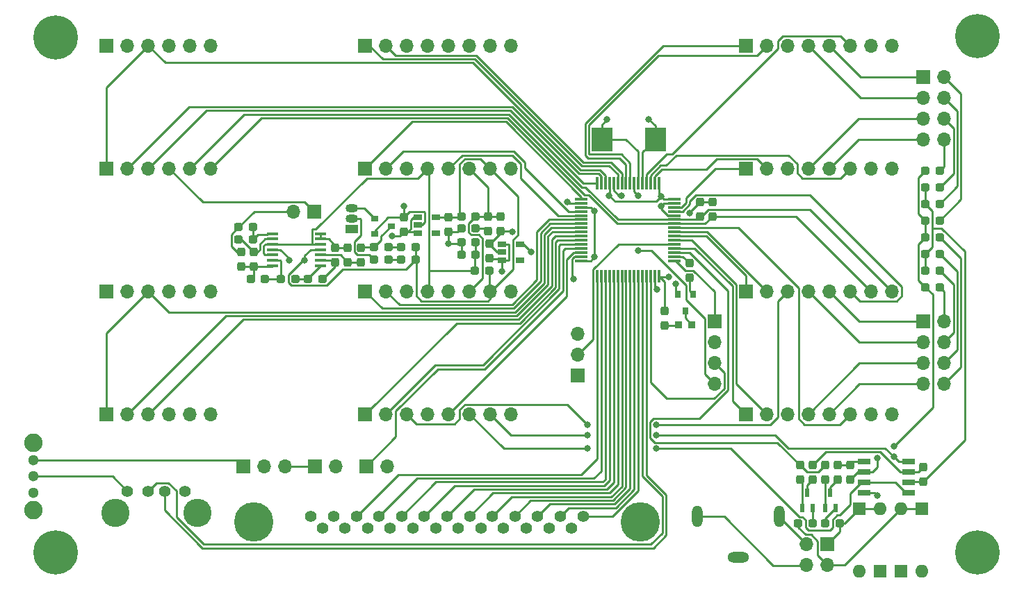
<source format=gtl>
G04 #@! TF.GenerationSoftware,KiCad,Pcbnew,(6.0.4)*
G04 #@! TF.CreationDate,2022-04-17T17:25:59-05:00*
G04 #@! TF.ProjectId,interface,696e7465-7266-4616-9365-2e6b69636164,rev?*
G04 #@! TF.SameCoordinates,Original*
G04 #@! TF.FileFunction,Copper,L1,Top*
G04 #@! TF.FilePolarity,Positive*
%FSLAX46Y46*%
G04 Gerber Fmt 4.6, Leading zero omitted, Abs format (unit mm)*
G04 Created by KiCad (PCBNEW (6.0.4)) date 2022-04-17 17:25:59*
%MOMM*%
%LPD*%
G01*
G04 APERTURE LIST*
G04 Aperture macros list*
%AMRoundRect*
0 Rectangle with rounded corners*
0 $1 Rounding radius*
0 $2 $3 $4 $5 $6 $7 $8 $9 X,Y pos of 4 corners*
0 Add a 4 corners polygon primitive as box body*
4,1,4,$2,$3,$4,$5,$6,$7,$8,$9,$2,$3,0*
0 Add four circle primitives for the rounded corners*
1,1,$1+$1,$2,$3*
1,1,$1+$1,$4,$5*
1,1,$1+$1,$6,$7*
1,1,$1+$1,$8,$9*
0 Add four rect primitives between the rounded corners*
20,1,$1+$1,$2,$3,$4,$5,0*
20,1,$1+$1,$4,$5,$6,$7,0*
20,1,$1+$1,$6,$7,$8,$9,0*
20,1,$1+$1,$8,$9,$2,$3,0*%
G04 Aperture macros list end*
G04 #@! TA.AperFunction,ComponentPad*
%ADD10C,1.300000*%
G04 #@! TD*
G04 #@! TA.AperFunction,ComponentPad*
%ADD11C,2.250000*%
G04 #@! TD*
G04 #@! TA.AperFunction,ComponentPad*
%ADD12C,5.400000*%
G04 #@! TD*
G04 #@! TA.AperFunction,ComponentPad*
%ADD13O,1.700000X1.700000*%
G04 #@! TD*
G04 #@! TA.AperFunction,ComponentPad*
%ADD14R,1.700000X1.700000*%
G04 #@! TD*
G04 #@! TA.AperFunction,ComponentPad*
%ADD15R,1.500000X1.050000*%
G04 #@! TD*
G04 #@! TA.AperFunction,ComponentPad*
%ADD16O,1.500000X1.050000*%
G04 #@! TD*
G04 #@! TA.AperFunction,SMDPad,CuDef*
%ADD17RoundRect,0.237500X-0.287500X-0.237500X0.287500X-0.237500X0.287500X0.237500X-0.287500X0.237500X0*%
G04 #@! TD*
G04 #@! TA.AperFunction,SMDPad,CuDef*
%ADD18RoundRect,0.237500X-0.237500X0.287500X-0.237500X-0.287500X0.237500X-0.287500X0.237500X0.287500X0*%
G04 #@! TD*
G04 #@! TA.AperFunction,SMDPad,CuDef*
%ADD19RoundRect,0.237500X0.237500X-0.287500X0.237500X0.287500X-0.237500X0.287500X-0.237500X-0.287500X0*%
G04 #@! TD*
G04 #@! TA.AperFunction,SMDPad,CuDef*
%ADD20RoundRect,0.237500X0.287500X0.237500X-0.287500X0.237500X-0.287500X-0.237500X0.287500X-0.237500X0*%
G04 #@! TD*
G04 #@! TA.AperFunction,SMDPad,CuDef*
%ADD21R,0.900000X0.800000*%
G04 #@! TD*
G04 #@! TA.AperFunction,SMDPad,CuDef*
%ADD22R,0.550000X1.000000*%
G04 #@! TD*
G04 #@! TA.AperFunction,SMDPad,CuDef*
%ADD23R,1.475000X0.450000*%
G04 #@! TD*
G04 #@! TA.AperFunction,SMDPad,CuDef*
%ADD24R,1.500000X0.650000*%
G04 #@! TD*
G04 #@! TA.AperFunction,ComponentPad*
%ADD25O,1.600000X1.600000*%
G04 #@! TD*
G04 #@! TA.AperFunction,ComponentPad*
%ADD26R,1.600000X1.600000*%
G04 #@! TD*
G04 #@! TA.AperFunction,ComponentPad*
%ADD27O,1.308000X2.616000*%
G04 #@! TD*
G04 #@! TA.AperFunction,ComponentPad*
%ADD28O,2.616000X1.308000*%
G04 #@! TD*
G04 #@! TA.AperFunction,ComponentPad*
%ADD29C,3.450000*%
G04 #@! TD*
G04 #@! TA.AperFunction,ComponentPad*
%ADD30C,1.400000*%
G04 #@! TD*
G04 #@! TA.AperFunction,SMDPad,CuDef*
%ADD31R,2.500000X3.000000*%
G04 #@! TD*
G04 #@! TA.AperFunction,SMDPad,CuDef*
%ADD32R,0.800000X0.900000*%
G04 #@! TD*
G04 #@! TA.AperFunction,SMDPad,CuDef*
%ADD33R,0.850000X0.950000*%
G04 #@! TD*
G04 #@! TA.AperFunction,SMDPad,CuDef*
%ADD34R,1.060000X0.650000*%
G04 #@! TD*
G04 #@! TA.AperFunction,ComponentPad*
%ADD35C,4.800000*%
G04 #@! TD*
G04 #@! TA.AperFunction,SMDPad,CuDef*
%ADD36RoundRect,0.075000X-0.700000X0.075000X-0.700000X-0.075000X0.700000X-0.075000X0.700000X0.075000X0*%
G04 #@! TD*
G04 #@! TA.AperFunction,SMDPad,CuDef*
%ADD37RoundRect,0.075000X-0.075000X0.700000X-0.075000X-0.700000X0.075000X-0.700000X0.075000X0.700000X0*%
G04 #@! TD*
G04 #@! TA.AperFunction,ViaPad*
%ADD38C,0.800000*%
G04 #@! TD*
G04 #@! TA.AperFunction,Conductor*
%ADD39C,0.250000*%
G04 #@! TD*
G04 APERTURE END LIST*
D10*
X108331000Y-122047000D03*
X108331000Y-124047000D03*
X108331000Y-126047000D03*
D11*
X108331000Y-119947000D03*
X108331000Y-128147000D03*
D12*
X223266000Y-70358000D03*
X110998000Y-70485000D03*
X110998000Y-133350000D03*
X223266000Y-133350000D03*
D13*
X219202000Y-112776000D03*
X216662000Y-112776000D03*
X219202000Y-110236000D03*
X216662000Y-110236000D03*
X219202000Y-107696000D03*
X216662000Y-107696000D03*
X219202000Y-105156000D03*
D14*
X216662000Y-105156000D03*
D13*
X219202000Y-82931000D03*
X216662000Y-82931000D03*
X219202000Y-80391000D03*
X216662000Y-80391000D03*
X219202000Y-77851000D03*
X216662000Y-77851000D03*
X219202000Y-75311000D03*
D14*
X216662000Y-75311000D03*
X191262000Y-105156000D03*
D13*
X191262000Y-107696000D03*
X191262000Y-110236000D03*
X191262000Y-112776000D03*
D15*
X147066000Y-93853000D03*
D16*
X147066000Y-91313000D03*
X147066000Y-92583000D03*
D17*
X135050500Y-93662500D03*
X133300500Y-93662500D03*
D18*
X133604000Y-98411000D03*
X133604000Y-96661000D03*
D19*
X135128000Y-96661000D03*
X135128000Y-98411000D03*
D17*
X135050500Y-95123000D03*
X133300500Y-95123000D03*
X136511000Y-99949000D03*
X134761000Y-99949000D03*
X140194000Y-99949000D03*
X138444000Y-99949000D03*
X143496000Y-99949000D03*
X141746000Y-99949000D03*
D19*
X146558000Y-96153000D03*
X146558000Y-97903000D03*
D18*
X145034000Y-97903000D03*
X145034000Y-96153000D03*
D20*
X149773500Y-96075500D03*
X151523500Y-96075500D03*
X153112500Y-96075500D03*
X154862500Y-96075500D03*
X149773500Y-97599500D03*
X151523500Y-97599500D03*
X153098500Y-97599500D03*
X154848500Y-97599500D03*
D18*
X216662000Y-124700000D03*
X216662000Y-122950000D03*
D17*
X216930000Y-90805000D03*
X218680000Y-90805000D03*
X216930000Y-88773000D03*
X218680000Y-88773000D03*
X216930000Y-98933000D03*
X218680000Y-98933000D03*
X216930000Y-96901000D03*
X218680000Y-96901000D03*
D18*
X207772000Y-124446000D03*
X207772000Y-122696000D03*
D17*
X218680000Y-92837000D03*
X216930000Y-92837000D03*
X218680000Y-86741000D03*
X216930000Y-86741000D03*
X218680000Y-100965000D03*
X216930000Y-100965000D03*
X218680000Y-94869000D03*
X216930000Y-94869000D03*
X203186000Y-129794000D03*
X201436000Y-129794000D03*
D18*
X201676000Y-124446000D03*
X201676000Y-122696000D03*
D20*
X204738000Y-129794000D03*
X206488000Y-129794000D03*
D18*
X204724000Y-124446000D03*
X204724000Y-122696000D03*
D20*
X160415000Y-93789500D03*
X162165000Y-93789500D03*
D18*
X163703000Y-94093000D03*
X163703000Y-92343000D03*
D17*
X160415000Y-92329000D03*
X162165000Y-92329000D03*
D20*
X160415000Y-95504000D03*
X162165000Y-95504000D03*
X162066000Y-98933000D03*
X163816000Y-98933000D03*
D21*
X151876000Y-93535500D03*
X149876000Y-94485500D03*
X149876000Y-92585500D03*
D22*
X202565000Y-126050000D03*
X203215000Y-127950000D03*
X201915000Y-127950000D03*
X205359000Y-126050000D03*
X206009000Y-127950000D03*
X204709000Y-127950000D03*
D13*
X202438000Y-134874000D03*
X202438000Y-132334000D03*
X204978000Y-134874000D03*
D14*
X204978000Y-132334000D03*
D13*
X139954000Y-91757500D03*
D14*
X142494000Y-91757500D03*
D23*
X137397000Y-98343000D03*
X137397000Y-97693000D03*
X137397000Y-97043000D03*
X137397000Y-96393000D03*
X137397000Y-95743000D03*
X137397000Y-95093000D03*
X137397000Y-94443000D03*
X143273000Y-94443000D03*
X143273000Y-95093000D03*
X143273000Y-95743000D03*
X143273000Y-96393000D03*
X143273000Y-97043000D03*
X143273000Y-97693000D03*
X143273000Y-98343000D03*
D24*
X214917000Y-122237500D03*
X214917000Y-123507500D03*
X214917000Y-124777500D03*
X214917000Y-126047500D03*
X209517000Y-126047500D03*
X209517000Y-124777500D03*
X209517000Y-123507500D03*
X209517000Y-122237500D03*
D25*
X216535000Y-135636000D03*
D26*
X216535000Y-128016000D03*
D25*
X213995000Y-128016000D03*
D26*
X213995000Y-135636000D03*
D25*
X208915000Y-135636000D03*
D26*
X208915000Y-128016000D03*
D25*
X211455000Y-128016000D03*
D26*
X211455000Y-135636000D03*
D19*
X148209000Y-96153000D03*
X148209000Y-97903000D03*
X203200000Y-122696000D03*
X203200000Y-124446000D03*
X206248000Y-122696000D03*
X206248000Y-124446000D03*
D18*
X165227000Y-94093000D03*
X165227000Y-92343000D03*
D20*
X160415000Y-97028000D03*
X162165000Y-97028000D03*
D27*
X189157600Y-128934200D03*
X199157600Y-128934200D03*
D28*
X194157600Y-133934200D03*
D29*
X128261000Y-128527000D03*
X118261000Y-128527000D03*
D30*
X126761000Y-125857000D03*
X124261000Y-125857000D03*
X122261000Y-125857000D03*
X119761000Y-125857000D03*
D31*
X177538000Y-82931000D03*
X184038000Y-82931000D03*
D18*
X188214000Y-99808000D03*
X188214000Y-98058000D03*
X185166000Y-105650000D03*
X185166000Y-103900000D03*
D32*
X187706000Y-103870000D03*
X186756000Y-101870000D03*
X188656000Y-101870000D03*
D33*
X186906000Y-105537000D03*
X188506000Y-105537000D03*
D13*
X145161000Y-122809000D03*
D14*
X142621000Y-122809000D03*
D13*
X138938000Y-122809000D03*
X136398000Y-122809000D03*
D14*
X133858000Y-122809000D03*
D13*
X151384000Y-122809000D03*
D14*
X148844000Y-122809000D03*
D34*
X167597000Y-95751000D03*
X167597000Y-97651000D03*
X165397000Y-97651000D03*
X165397000Y-96701000D03*
X165397000Y-95751000D03*
X157310000Y-92449000D03*
X157310000Y-94349000D03*
X155110000Y-94349000D03*
X155110000Y-93399000D03*
X155110000Y-92449000D03*
D19*
X163830000Y-95645000D03*
X163830000Y-97395000D03*
D18*
X158877000Y-94220000D03*
X158877000Y-92470000D03*
D19*
X153416000Y-92470000D03*
X153416000Y-94220000D03*
D35*
X182193000Y-129615000D03*
X135153000Y-129615000D03*
D30*
X175233000Y-128905000D03*
X173853000Y-130325000D03*
X172473000Y-128905000D03*
X171093000Y-130325000D03*
X169713000Y-128905000D03*
X168333000Y-130325000D03*
X166953000Y-128905000D03*
X165573000Y-130325000D03*
X164193000Y-128905000D03*
X162813000Y-130325000D03*
X161433000Y-128905000D03*
X160053000Y-130325000D03*
X158673000Y-128905000D03*
X157293000Y-130325000D03*
X155913000Y-128905000D03*
X154533000Y-130325000D03*
X153153000Y-128905000D03*
X151773000Y-130325000D03*
X150393000Y-128905000D03*
X149013000Y-130325000D03*
X147633000Y-128905000D03*
X146253000Y-130325000D03*
X144873000Y-128905000D03*
X143493000Y-130325000D03*
X142113000Y-128905000D03*
D36*
X186396000Y-90230000D03*
X186396000Y-90730000D03*
X186396000Y-91230000D03*
X186396000Y-91730000D03*
X186396000Y-92230000D03*
X186396000Y-92730000D03*
X186396000Y-93230000D03*
X186396000Y-93730000D03*
X186396000Y-94230000D03*
X186396000Y-94730000D03*
X186396000Y-95230000D03*
X186396000Y-95730000D03*
X186396000Y-96230000D03*
X186396000Y-96730000D03*
X186396000Y-97230000D03*
X186396000Y-97730000D03*
D37*
X184471000Y-99655000D03*
X183971000Y-99655000D03*
X183471000Y-99655000D03*
X182971000Y-99655000D03*
X182471000Y-99655000D03*
X181971000Y-99655000D03*
X181471000Y-99655000D03*
X180971000Y-99655000D03*
X180471000Y-99655000D03*
X179971000Y-99655000D03*
X179471000Y-99655000D03*
X178971000Y-99655000D03*
X178471000Y-99655000D03*
X177971000Y-99655000D03*
X177471000Y-99655000D03*
X176971000Y-99655000D03*
D36*
X175046000Y-97730000D03*
X175046000Y-97230000D03*
X175046000Y-96730000D03*
X175046000Y-96230000D03*
X175046000Y-95730000D03*
X175046000Y-95230000D03*
X175046000Y-94730000D03*
X175046000Y-94230000D03*
X175046000Y-93730000D03*
X175046000Y-93230000D03*
X175046000Y-92730000D03*
X175046000Y-92230000D03*
X175046000Y-91730000D03*
X175046000Y-91230000D03*
X175046000Y-90730000D03*
X175046000Y-90230000D03*
D37*
X176971000Y-88305000D03*
X177471000Y-88305000D03*
X177971000Y-88305000D03*
X178471000Y-88305000D03*
X178971000Y-88305000D03*
X179471000Y-88305000D03*
X179971000Y-88305000D03*
X180471000Y-88305000D03*
X180971000Y-88305000D03*
X181471000Y-88305000D03*
X181971000Y-88305000D03*
X182471000Y-88305000D03*
X182971000Y-88305000D03*
X183471000Y-88305000D03*
X183971000Y-88305000D03*
X184471000Y-88305000D03*
D18*
X189484000Y-92315000D03*
X189484000Y-90565000D03*
X191008000Y-92315000D03*
X191008000Y-90565000D03*
D14*
X174625000Y-111760000D03*
D13*
X174625000Y-109220000D03*
X174625000Y-106680000D03*
D14*
X195072000Y-71501000D03*
D13*
X197612000Y-71501000D03*
X200152000Y-71501000D03*
X202692000Y-71501000D03*
X205232000Y-71501000D03*
X207772000Y-71501000D03*
X210312000Y-71501000D03*
X212852000Y-71501000D03*
D14*
X195072000Y-86487000D03*
D13*
X197612000Y-86487000D03*
X200152000Y-86487000D03*
X202692000Y-86487000D03*
X205232000Y-86487000D03*
X207772000Y-86487000D03*
X210312000Y-86487000D03*
X212852000Y-86487000D03*
D14*
X195072000Y-101473000D03*
D13*
X197612000Y-101473000D03*
X200152000Y-101473000D03*
X202692000Y-101473000D03*
X205232000Y-101473000D03*
X207772000Y-101473000D03*
X210312000Y-101473000D03*
X212852000Y-101473000D03*
D14*
X195072000Y-116459000D03*
D13*
X197612000Y-116459000D03*
X200152000Y-116459000D03*
X202692000Y-116459000D03*
X205232000Y-116459000D03*
X207772000Y-116459000D03*
X210312000Y-116459000D03*
X212852000Y-116459000D03*
D14*
X148717000Y-71501000D03*
D13*
X151257000Y-71501000D03*
X153797000Y-71501000D03*
X156337000Y-71501000D03*
X158877000Y-71501000D03*
X161417000Y-71501000D03*
X163957000Y-71501000D03*
X166497000Y-71501000D03*
X166497000Y-86487000D03*
X163957000Y-86487000D03*
X161417000Y-86487000D03*
X158877000Y-86487000D03*
X156337000Y-86487000D03*
X153797000Y-86487000D03*
X151257000Y-86487000D03*
D14*
X148717000Y-86487000D03*
X148717000Y-101473000D03*
D13*
X151257000Y-101473000D03*
X153797000Y-101473000D03*
X156337000Y-101473000D03*
X158877000Y-101473000D03*
X161417000Y-101473000D03*
X163957000Y-101473000D03*
X166497000Y-101473000D03*
X166497000Y-116459000D03*
X163957000Y-116459000D03*
X161417000Y-116459000D03*
X158877000Y-116459000D03*
X156337000Y-116459000D03*
X153797000Y-116459000D03*
X151257000Y-116459000D03*
D14*
X148717000Y-116459000D03*
X117221000Y-71501000D03*
D13*
X119761000Y-71501000D03*
X122301000Y-71501000D03*
X124841000Y-71501000D03*
X127381000Y-71501000D03*
X129921000Y-71501000D03*
D14*
X117221000Y-101473000D03*
D13*
X119761000Y-101473000D03*
X122301000Y-101473000D03*
X124841000Y-101473000D03*
X127381000Y-101473000D03*
X129921000Y-101473000D03*
X129921000Y-86487000D03*
X127381000Y-86487000D03*
X124841000Y-86487000D03*
X122301000Y-86487000D03*
X119761000Y-86487000D03*
D14*
X117221000Y-86487000D03*
D13*
X129921000Y-116459000D03*
X127381000Y-116459000D03*
X124841000Y-116459000D03*
X122301000Y-116459000D03*
X119761000Y-116459000D03*
D14*
X117221000Y-116459000D03*
D38*
X186563000Y-100584000D03*
X211074000Y-126365000D03*
X184785000Y-91059000D03*
X173355000Y-90551000D03*
X174117000Y-99949000D03*
X153416000Y-91059000D03*
X158877000Y-95631000D03*
X139446000Y-97663000D03*
X166624000Y-94234000D03*
X179959000Y-89789000D03*
X184277000Y-101219000D03*
X213106000Y-121666000D03*
X175768000Y-118999000D03*
X184150000Y-118999000D03*
X141351000Y-97663000D03*
X184150000Y-120650000D03*
X175768000Y-120650000D03*
X175768000Y-117729000D03*
X184150000Y-117729000D03*
X181991000Y-96520000D03*
X181991000Y-89789000D03*
X184785000Y-89916000D03*
X176657000Y-97282000D03*
X176657000Y-91694000D03*
X185674000Y-99695000D03*
X178435000Y-89789000D03*
X168910000Y-96647000D03*
X188214000Y-91948000D03*
X165354000Y-99060000D03*
X152019000Y-94742000D03*
X178181000Y-80518000D03*
X183261000Y-80518000D03*
X213106000Y-120396000D03*
X211074000Y-121793000D03*
D39*
X202438000Y-134874000D02*
X202399280Y-134912720D01*
X202399280Y-134912720D02*
X198412720Y-134912720D01*
X198412720Y-134912720D02*
X192434200Y-128934200D01*
X192434200Y-128934200D02*
X189157600Y-128934200D01*
X186396000Y-95230000D02*
X188485227Y-95230000D01*
X188485227Y-95230000D02*
X193897489Y-100642262D01*
X193897489Y-112744489D02*
X197612000Y-116459000D01*
X193897489Y-100642262D02*
X193897489Y-112744489D01*
X179971000Y-88305000D02*
X179971000Y-87093283D01*
X179971000Y-87093283D02*
X178624718Y-85747001D01*
X178624718Y-85747001D02*
X175282001Y-85747001D01*
X175282001Y-85747001D02*
X162211001Y-72676001D01*
X162211001Y-72676001D02*
X152432001Y-72676001D01*
X152432001Y-72676001D02*
X151257000Y-71501000D01*
X136086010Y-80321990D02*
X129921000Y-86487000D01*
X166038530Y-80321990D02*
X136086010Y-80321990D01*
X175911692Y-89754990D02*
X175471530Y-89754990D01*
X175471530Y-89754990D02*
X166038530Y-80321990D01*
X179386702Y-93230000D02*
X175911692Y-89754990D01*
X186396000Y-93230000D02*
X179386702Y-93230000D01*
X190093000Y-93230000D02*
X191008000Y-92315000D01*
X186396000Y-93230000D02*
X190093000Y-93230000D01*
X201154000Y-92315000D02*
X210312000Y-101473000D01*
X191008000Y-92315000D02*
X201154000Y-92315000D01*
X133996020Y-79871980D02*
X127381000Y-86487000D01*
X166224930Y-79871980D02*
X133996020Y-79871980D01*
X175107960Y-88755010D02*
X166224930Y-79871980D01*
X175548122Y-88755010D02*
X175107960Y-88755010D01*
X179523112Y-92730000D02*
X175548122Y-88755010D01*
X186396000Y-92730000D02*
X179523112Y-92730000D01*
X189069000Y-92730000D02*
X189484000Y-92315000D01*
X186396000Y-92730000D02*
X189069000Y-92730000D01*
X202843990Y-91464990D02*
X212852000Y-101473000D01*
X190537500Y-91464990D02*
X202843990Y-91464990D01*
X189687490Y-92315000D02*
X190537500Y-91464990D01*
X189484000Y-92315000D02*
X189687490Y-92315000D01*
X128936499Y-90582499D02*
X124841000Y-86487000D01*
X141318999Y-90582499D02*
X128936499Y-90582499D01*
X142494000Y-91757500D02*
X141318999Y-90582499D01*
X164759000Y-96701000D02*
X165397000Y-96701000D01*
X163830000Y-95772000D02*
X164759000Y-96701000D01*
X138384500Y-96393000D02*
X139446000Y-97454500D01*
X139446000Y-97454500D02*
X139446000Y-97663000D01*
X137397000Y-96393000D02*
X138384500Y-96393000D01*
X165227000Y-94093000D02*
X166483000Y-94093000D01*
X166483000Y-94093000D02*
X166624000Y-94234000D01*
X165227000Y-94375000D02*
X163830000Y-95772000D01*
X165227000Y-94093000D02*
X165227000Y-94375000D01*
X160415000Y-97028000D02*
X160415000Y-95504000D01*
X154087001Y-91798999D02*
X153416000Y-92470000D01*
X155900001Y-91798999D02*
X154087001Y-91798999D01*
X155965001Y-91863999D02*
X155900001Y-91798999D01*
X155965001Y-93034001D02*
X155965001Y-91863999D01*
X155600002Y-93399000D02*
X155965001Y-93034001D01*
X151506498Y-92470000D02*
X153416000Y-92470000D01*
X149876000Y-94100498D02*
X151506498Y-92470000D01*
X149876000Y-94485500D02*
X149876000Y-94100498D01*
X155110000Y-93399000D02*
X155600002Y-93399000D01*
X153416000Y-91059000D02*
X153416000Y-92470000D01*
X160288000Y-95631000D02*
X160415000Y-95504000D01*
X158877000Y-95631000D02*
X160288000Y-95631000D01*
X158877000Y-95631000D02*
X158877000Y-94220000D01*
X159984500Y-94220000D02*
X160415000Y-93789500D01*
X158877000Y-94220000D02*
X159984500Y-94220000D01*
X173945990Y-99777990D02*
X174117000Y-99949000D01*
X173945990Y-97489308D02*
X173945990Y-99777990D01*
X174180308Y-97254990D02*
X173945990Y-97489308D01*
X175033010Y-97254990D02*
X174180308Y-97254990D01*
X175046000Y-97242000D02*
X175033010Y-97254990D01*
X175046000Y-97230000D02*
X175046000Y-97242000D01*
X173534000Y-90730000D02*
X175046000Y-90730000D01*
X173355000Y-90551000D02*
X173534000Y-90730000D01*
X185114000Y-90730000D02*
X186396000Y-90730000D01*
X184785000Y-91059000D02*
X185114000Y-90730000D01*
X185580288Y-92254990D02*
X184785000Y-91459702D01*
X184785000Y-91459702D02*
X184785000Y-91059000D01*
X186383010Y-92254990D02*
X185580288Y-92254990D01*
X186396000Y-92242000D02*
X186383010Y-92254990D01*
X186396000Y-92230000D02*
X186396000Y-92242000D01*
X179614298Y-89789000D02*
X179959000Y-89789000D01*
X178971000Y-89145702D02*
X179614298Y-89789000D01*
X178971000Y-88305000D02*
X178971000Y-89145702D01*
X210756500Y-126047500D02*
X211074000Y-126365000D01*
X209517000Y-126047500D02*
X210756500Y-126047500D01*
X183971000Y-100913000D02*
X184277000Y-101219000D01*
X183971000Y-99655000D02*
X183971000Y-100913000D01*
X186563000Y-101677000D02*
X186756000Y-101870000D01*
X186563000Y-100584000D02*
X186563000Y-101677000D01*
X163957000Y-116459000D02*
X166497000Y-118999000D01*
X166497000Y-118999000D02*
X175768000Y-118999000D01*
X154862500Y-97585500D02*
X154848500Y-97599500D01*
X154862500Y-96075500D02*
X154862500Y-97585500D01*
X158856000Y-92449000D02*
X158877000Y-92470000D01*
X157310000Y-92449000D02*
X158856000Y-92449000D01*
X163816000Y-101332000D02*
X163957000Y-101473000D01*
X163816000Y-98933000D02*
X163816000Y-101332000D01*
X141351000Y-97097315D02*
X142055315Y-96393000D01*
X142055315Y-96393000D02*
X143273000Y-96393000D01*
X141351000Y-97663000D02*
X141351000Y-97097315D01*
X139343990Y-99478500D02*
X141159490Y-97663000D01*
X139343990Y-100419500D02*
X139343990Y-99478500D01*
X141159490Y-97663000D02*
X141351000Y-97663000D01*
X139673500Y-100749010D02*
X139343990Y-100419500D01*
X146012500Y-98753010D02*
X144016500Y-100749010D01*
X153694990Y-98753010D02*
X146012500Y-98753010D01*
X144016500Y-100749010D02*
X139673500Y-100749010D01*
X154848500Y-97599500D02*
X153694990Y-98753010D01*
X154972001Y-102037001D02*
X154972001Y-97723001D01*
X155583001Y-102648001D02*
X154972001Y-102037001D01*
X163670999Y-102648001D02*
X155583001Y-102648001D01*
X163957000Y-102362000D02*
X163670999Y-102648001D01*
X154972001Y-97723001D02*
X154848500Y-97599500D01*
X163957000Y-101473000D02*
X163957000Y-102362000D01*
X160274000Y-92470000D02*
X160415000Y-92329000D01*
X158877000Y-92470000D02*
X160274000Y-92470000D01*
X167349001Y-89879001D02*
X163957000Y-86487000D01*
X167349001Y-94582001D02*
X167349001Y-89879001D01*
X166702011Y-95228991D02*
X167349001Y-94582001D01*
X166702011Y-98784991D02*
X166702011Y-95228991D01*
X164014002Y-101473000D02*
X166702011Y-98784991D01*
X163957000Y-101473000D02*
X164014002Y-101473000D01*
X160241999Y-92155999D02*
X160415000Y-92329000D01*
X160241999Y-85922999D02*
X160241999Y-92155999D01*
X160852999Y-85311999D02*
X160241999Y-85922999D01*
X162781999Y-85311999D02*
X160852999Y-85311999D01*
X163957000Y-86487000D02*
X162781999Y-85311999D01*
X213677500Y-122237500D02*
X213106000Y-121666000D01*
X214917000Y-122237500D02*
X213677500Y-122237500D01*
X198615410Y-118999000D02*
X184150000Y-118999000D01*
X200234399Y-120617989D02*
X198615410Y-118999000D01*
X212057989Y-120617989D02*
X200234399Y-120617989D01*
X213106000Y-121666000D02*
X212057989Y-120617989D01*
X163703000Y-88773000D02*
X161417000Y-86487000D01*
X163703000Y-92343000D02*
X163703000Y-88773000D01*
X214526998Y-126047500D02*
X214917000Y-126047500D01*
X213256998Y-124777500D02*
X214526998Y-126047500D01*
X209517000Y-124777500D02*
X213256998Y-124777500D01*
X165227000Y-92343000D02*
X163703000Y-92343000D01*
X161314990Y-94260000D02*
X161314990Y-93179010D01*
X161644500Y-94589510D02*
X161314990Y-94260000D01*
X162571020Y-94589510D02*
X161644500Y-94589510D01*
X163015010Y-95033500D02*
X162571020Y-94589510D01*
X163015010Y-97842990D02*
X163015010Y-95033500D01*
X161314990Y-93179010D02*
X162165000Y-92329000D01*
X162965990Y-97892010D02*
X163015010Y-97842990D01*
X162965990Y-99924010D02*
X162965990Y-97892010D01*
X161417000Y-101473000D02*
X162965990Y-99924010D01*
X163689000Y-92329000D02*
X163703000Y-92343000D01*
X162165000Y-92329000D02*
X163689000Y-92329000D01*
X165608000Y-120650000D02*
X175768000Y-120650000D01*
X161417000Y-116459000D02*
X165608000Y-120650000D01*
X209126998Y-124777500D02*
X209517000Y-124777500D01*
X207789999Y-126114499D02*
X209126998Y-124777500D01*
X207789999Y-127529003D02*
X207789999Y-126114499D01*
X206544001Y-128775001D02*
X207789999Y-127529003D01*
X206186489Y-128775001D02*
X206544001Y-128775001D01*
X205637990Y-129323500D02*
X206186489Y-128775001D01*
X205637990Y-130264500D02*
X205637990Y-129323500D01*
X205308480Y-130594010D02*
X205637990Y-130264500D01*
X202665500Y-130594010D02*
X205308480Y-130594010D01*
X202335990Y-130264500D02*
X202665500Y-130594010D01*
X201956500Y-128993990D02*
X202335990Y-129373480D01*
X201598988Y-128993990D02*
X201956500Y-128993990D01*
X202335990Y-129373480D02*
X202335990Y-130264500D01*
X193254998Y-120650000D02*
X201598988Y-128993990D01*
X184150000Y-120650000D02*
X193254998Y-120650000D01*
X137397000Y-95743000D02*
X137429000Y-95743000D01*
X136334499Y-95948501D02*
X136540000Y-95743000D01*
X136499498Y-97043000D02*
X136334499Y-96878001D01*
X136540000Y-95743000D02*
X137397000Y-95743000D01*
X136334499Y-96878001D02*
X136334499Y-95948501D01*
X137397000Y-97043000D02*
X136499498Y-97043000D01*
X140447000Y-95743000D02*
X143273000Y-95743000D01*
X137429000Y-95743000D02*
X140447000Y-95743000D01*
X156454999Y-101355001D02*
X156337000Y-101473000D01*
X156337000Y-86487000D02*
X156454999Y-86604999D01*
X142352000Y-95743000D02*
X143273000Y-95743000D01*
X142210499Y-95601499D02*
X142352000Y-95743000D01*
X142210499Y-93957999D02*
X142210499Y-95601499D01*
X142275499Y-93892999D02*
X142210499Y-93957999D01*
X142708001Y-93892999D02*
X142275499Y-93892999D01*
X148938999Y-87662001D02*
X142708001Y-93892999D01*
X155161999Y-87662001D02*
X148938999Y-87662001D01*
X156337000Y-86487000D02*
X155161999Y-87662001D01*
X156572998Y-98933000D02*
X156454999Y-98815001D01*
X162066000Y-98933000D02*
X156572998Y-98933000D01*
X156454999Y-98815001D02*
X156454999Y-101355001D01*
X156454999Y-86604999D02*
X156454999Y-98815001D01*
X162066000Y-98933000D02*
X162066000Y-97127000D01*
X162066000Y-97127000D02*
X162165000Y-97028000D01*
X162165000Y-97028000D02*
X162165000Y-95504000D01*
X173322999Y-115283999D02*
X175768000Y-117729000D01*
X153797000Y-116459000D02*
X154972001Y-117634001D01*
X160241999Y-116999001D02*
X160241999Y-115894999D01*
X154972001Y-117634001D02*
X159606999Y-117634001D01*
X159606999Y-117634001D02*
X160241999Y-116999001D01*
X160241999Y-115894999D02*
X160852999Y-115283999D01*
X160852999Y-115283999D02*
X173322999Y-115283999D01*
X198976999Y-102648001D02*
X200152000Y-101473000D01*
X198081002Y-117729000D02*
X198976999Y-116833003D01*
X198976999Y-116833003D02*
X198976999Y-102648001D01*
X184150000Y-117729000D02*
X198081002Y-117729000D01*
X181471000Y-89269000D02*
X181991000Y-89789000D01*
X181471000Y-88305000D02*
X181471000Y-89269000D01*
X190086999Y-111600999D02*
X191262000Y-112776000D01*
X190086999Y-104815997D02*
X190086999Y-111600999D01*
X187763990Y-102492988D02*
X190086999Y-104815997D01*
X187763990Y-100711988D02*
X187763990Y-102492988D01*
X183572002Y-96520000D02*
X187763990Y-100711988D01*
X181991000Y-96520000D02*
X183572002Y-96520000D01*
X171843000Y-94730000D02*
X171435040Y-95137960D01*
X175046000Y-94730000D02*
X171843000Y-94730000D01*
X171435039Y-100819603D02*
X167356593Y-104898047D01*
X171435040Y-95137960D02*
X171435039Y-100819603D01*
X133861953Y-104898047D02*
X122301000Y-116459000D01*
X167356593Y-104898047D02*
X133861953Y-104898047D01*
X175046000Y-94230000D02*
X171511232Y-94230000D01*
X170985031Y-94756201D02*
X170985030Y-100633202D01*
X170985030Y-100633202D02*
X167170193Y-104448037D01*
X171511232Y-94230000D02*
X170985031Y-94756201D01*
X131771963Y-104448037D02*
X119761000Y-116459000D01*
X167170193Y-104448037D02*
X131771963Y-104448037D01*
X166983794Y-103998028D02*
X170535021Y-100446801D01*
X124826029Y-103998029D02*
X166983794Y-103998028D01*
X122301000Y-101473000D02*
X124826029Y-103998029D01*
X170535021Y-100446801D02*
X170535021Y-94569801D01*
X171374822Y-93730000D02*
X175046000Y-93730000D01*
X170535021Y-94569801D02*
X171374822Y-93730000D01*
X117221000Y-106553000D02*
X122301000Y-101473000D01*
X117221000Y-116459000D02*
X117221000Y-106553000D01*
X129366030Y-79421970D02*
X122301000Y-86487000D01*
X166411330Y-79421970D02*
X129366030Y-79421970D01*
X175294360Y-88305000D02*
X166411330Y-79421970D01*
X176971000Y-88305000D02*
X175294360Y-88305000D01*
X127276040Y-78971960D02*
X119761000Y-86487000D01*
X166597730Y-78971960D02*
X127276040Y-78971960D01*
X174722799Y-87097029D02*
X166597730Y-78971960D01*
X177103730Y-87097028D02*
X174722799Y-87097029D01*
X177446010Y-87439308D02*
X177103730Y-87097028D01*
X177459000Y-88305000D02*
X177446010Y-88292010D01*
X177446010Y-88292010D02*
X177446010Y-87439308D01*
X177471000Y-88305000D02*
X177459000Y-88305000D01*
X117221000Y-76581000D02*
X122301000Y-71501000D01*
X117221000Y-86487000D02*
X117221000Y-76581000D01*
X124376020Y-73576020D02*
X122301000Y-71501000D01*
X174909199Y-86647019D02*
X161838200Y-73576020D01*
X161838200Y-73576020D02*
X124376020Y-73576020D01*
X177290131Y-86647019D02*
X174909199Y-86647019D01*
X177971000Y-87327888D02*
X177290131Y-86647019D01*
X177971000Y-88305000D02*
X177971000Y-87327888D01*
X173235076Y-102100924D02*
X158877000Y-116459000D01*
X173235076Y-97563812D02*
X173235076Y-102100924D01*
X174068888Y-96730000D02*
X173235076Y-97563812D01*
X175046000Y-96730000D02*
X174068888Y-96730000D01*
X175046000Y-95730000D02*
X172490057Y-95730000D01*
X157226000Y-110490000D02*
X151257000Y-116459000D01*
X163037462Y-110490000D02*
X157226000Y-110490000D01*
X172335057Y-101192405D02*
X163037462Y-110490000D01*
X172335058Y-95884999D02*
X172335057Y-101192405D01*
X172490057Y-95730000D02*
X172335058Y-95884999D01*
X172129990Y-95205010D02*
X171885049Y-95449951D01*
X175041010Y-95205010D02*
X172129990Y-95205010D01*
X175046000Y-95210000D02*
X175041010Y-95205010D01*
X175046000Y-95230000D02*
X175046000Y-95210000D01*
X171885048Y-101006004D02*
X167542993Y-105348057D01*
X171885049Y-95449951D02*
X171885048Y-101006004D01*
X159827943Y-105348057D02*
X148717000Y-116459000D01*
X167542993Y-105348057D02*
X159827943Y-105348057D01*
X169635001Y-100074001D02*
X169635001Y-94197001D01*
X166610992Y-103098010D02*
X169635001Y-100074001D01*
X152882010Y-103098010D02*
X166610992Y-103098010D01*
X151257000Y-101473000D02*
X152882010Y-103098010D01*
X171102002Y-92730000D02*
X175046000Y-92730000D01*
X169635001Y-94197001D02*
X171102002Y-92730000D01*
X166797393Y-103548019D02*
X170085011Y-100260401D01*
X150792019Y-103548019D02*
X166797393Y-103548019D01*
X148717000Y-101473000D02*
X150792019Y-103548019D01*
X170085011Y-100260401D02*
X170085011Y-94383401D01*
X171238412Y-93230000D02*
X175046000Y-93230000D01*
X170085011Y-94383401D02*
X171238412Y-93230000D01*
X175046000Y-92230000D02*
X172240000Y-92230000D01*
X166610991Y-84861989D02*
X160502011Y-84861989D01*
X167672001Y-85922999D02*
X166610991Y-84861989D01*
X160502011Y-84861989D02*
X158877000Y-86487000D01*
X167672001Y-87662001D02*
X167672001Y-85922999D01*
X172240000Y-92230000D02*
X167672001Y-87662001D01*
X153332021Y-84411979D02*
X151257000Y-86487000D01*
X166797391Y-84411979D02*
X153332021Y-84411979D01*
X168122010Y-85736598D02*
X166797391Y-84411979D01*
X168122011Y-86391013D02*
X168122010Y-85736598D01*
X173460998Y-91730000D02*
X168122011Y-86391013D01*
X175046000Y-91730000D02*
X173460998Y-91730000D01*
X154432000Y-80772000D02*
X148717000Y-86487000D01*
X165852130Y-80772000D02*
X154432000Y-80772000D01*
X175046000Y-89965870D02*
X165852130Y-80772000D01*
X175046000Y-90230000D02*
X175046000Y-89965870D01*
X178439010Y-86197010D02*
X175095600Y-86197010D01*
X179471000Y-87229000D02*
X178439010Y-86197010D01*
X179471000Y-88305000D02*
X179471000Y-87229000D01*
X149225000Y-71501000D02*
X148717000Y-71501000D01*
X150850008Y-73126008D02*
X149225000Y-71501000D01*
X162024601Y-73126011D02*
X150850008Y-73126008D01*
X175095600Y-86197010D02*
X162024601Y-73126011D01*
X206502000Y-117729000D02*
X207772000Y-116459000D01*
X202222998Y-117729000D02*
X206502000Y-117729000D01*
X201516999Y-117023001D02*
X202222998Y-117729000D01*
X201516999Y-101098997D02*
X201516999Y-117023001D01*
X194148002Y-93730000D02*
X201516999Y-101098997D01*
X186396000Y-93730000D02*
X194148002Y-93730000D01*
X193446989Y-114833989D02*
X195072000Y-116459000D01*
X193446989Y-100827479D02*
X193446989Y-114833989D01*
X188849510Y-96230000D02*
X193446989Y-100827479D01*
X186396000Y-96230000D02*
X188849510Y-96230000D01*
X208947001Y-102648001D02*
X207772000Y-101473000D01*
X214027001Y-102037001D02*
X213416001Y-102648001D01*
X202835480Y-89714990D02*
X214027001Y-100906511D01*
X189013500Y-89714990D02*
X202835480Y-89714990D01*
X188245000Y-90483490D02*
X189013500Y-89714990D01*
X214027001Y-100906511D02*
X214027001Y-102037001D01*
X188245000Y-90858112D02*
X188245000Y-90483490D01*
X213416001Y-102648001D02*
X208947001Y-102648001D01*
X187373112Y-91730000D02*
X188245000Y-90858112D01*
X186396000Y-91730000D02*
X187373112Y-91730000D01*
X190369000Y-94230000D02*
X197612000Y-101473000D01*
X186396000Y-94230000D02*
X190369000Y-94230000D01*
X186396000Y-94730000D02*
X190232590Y-94730000D01*
X195072000Y-99569410D02*
X195072000Y-101473000D01*
X190232590Y-94730000D02*
X195072000Y-99569410D01*
X183471000Y-87327888D02*
X183471000Y-88305000D01*
X185382412Y-86106000D02*
X184692888Y-86106000D01*
X186626423Y-84861989D02*
X185382412Y-86106000D01*
X200265991Y-84861989D02*
X186626423Y-84861989D01*
X201327001Y-85922999D02*
X200265991Y-84861989D01*
X201327001Y-87051001D02*
X201327001Y-85922999D01*
X184692888Y-86106000D02*
X183471000Y-87327888D01*
X201938001Y-87662001D02*
X201327001Y-87051001D01*
X206596999Y-87662001D02*
X201938001Y-87662001D01*
X207772000Y-86487000D02*
X206596999Y-87662001D01*
X183971000Y-87464298D02*
X184821298Y-86614000D01*
X183971000Y-88305000D02*
X183971000Y-87464298D01*
X184821298Y-86614000D02*
X190246000Y-86614000D01*
X196436999Y-85311999D02*
X197612000Y-86487000D01*
X191548001Y-85311999D02*
X196436999Y-85311999D01*
X190246000Y-86614000D02*
X191548001Y-85311999D01*
X191352490Y-86487000D02*
X195072000Y-86487000D01*
X187794990Y-90044500D02*
X191352490Y-86487000D01*
X187794990Y-90671712D02*
X187794990Y-90044500D01*
X187236702Y-91230000D02*
X187794990Y-90671712D01*
X186396000Y-91230000D02*
X187236702Y-91230000D01*
X206596999Y-70325999D02*
X207772000Y-71501000D01*
X198976999Y-70936999D02*
X199587999Y-70325999D01*
X198976999Y-71875003D02*
X198976999Y-70936999D01*
X186096001Y-84756001D02*
X198976999Y-71875003D01*
X185406477Y-84756001D02*
X186096001Y-84756001D01*
X182971000Y-87191478D02*
X185406477Y-84756001D01*
X199587999Y-70325999D02*
X206596999Y-70325999D01*
X182971000Y-88305000D02*
X182971000Y-87191478D01*
X196436999Y-72676001D02*
X197612000Y-71501000D01*
X184457997Y-72676001D02*
X196436999Y-72676001D01*
X175962999Y-81170999D02*
X184457997Y-72676001D01*
X175962999Y-84691001D02*
X175962999Y-81170999D01*
X176027999Y-84756001D02*
X175962999Y-84691001D01*
X179899113Y-84756001D02*
X176027999Y-84756001D01*
X180971000Y-85827888D02*
X179899113Y-84756001D01*
X180971000Y-88305000D02*
X180971000Y-85827888D01*
X184996588Y-71501000D02*
X195072000Y-71501000D01*
X175512990Y-80984598D02*
X184996588Y-71501000D01*
X175512989Y-84877401D02*
X175512990Y-80984598D01*
X175841598Y-85206010D02*
X175512989Y-84877401D01*
X179712717Y-85206015D02*
X175841598Y-85206010D01*
X180471000Y-85964298D02*
X179712717Y-85206015D01*
X180471000Y-88305000D02*
X180471000Y-85964298D01*
X179555298Y-95730000D02*
X186396000Y-95730000D01*
X176495990Y-98789308D02*
X179555298Y-95730000D01*
X176495990Y-107349010D02*
X176495990Y-98789308D01*
X174625000Y-109220000D02*
X176495990Y-107349010D01*
X180971000Y-99655000D02*
X180971000Y-125531178D01*
X171188011Y-127429989D02*
X169713000Y-128905000D01*
X179072189Y-127429989D02*
X171188011Y-127429989D01*
X180971000Y-125531178D02*
X179072189Y-127429989D01*
X181471000Y-99655000D02*
X181471000Y-125667588D01*
X173498001Y-127879999D02*
X172473000Y-128905000D01*
X179258589Y-127879999D02*
X173498001Y-127879999D01*
X181471000Y-125667588D02*
X179258589Y-127879999D01*
X181971000Y-125803998D02*
X178869998Y-128905000D01*
X178869998Y-128905000D02*
X175233000Y-128905000D01*
X181971000Y-99655000D02*
X181971000Y-125803998D01*
X176971000Y-121860000D02*
X176971000Y-99655000D01*
X175001091Y-123829909D02*
X176971000Y-121860000D01*
X147633000Y-128905000D02*
X152708091Y-123829909D01*
X152708091Y-123829909D02*
X175001091Y-123829909D01*
X177446010Y-99679990D02*
X177471000Y-99655000D01*
X177446010Y-123416990D02*
X177446010Y-99679990D01*
X176583081Y-124279919D02*
X177446010Y-123416990D01*
X155018081Y-124279919D02*
X176583081Y-124279919D01*
X150393000Y-128905000D02*
X155018081Y-124279919D01*
X128853599Y-132790011D02*
X183820989Y-132790011D01*
X124261000Y-128197412D02*
X128853599Y-132790011D01*
X124261000Y-125857000D02*
X124261000Y-128197412D01*
X185368011Y-131242989D02*
X185368010Y-126311600D01*
X183820989Y-132790011D02*
X185368011Y-131242989D01*
X182971000Y-123914590D02*
X182971000Y-99655000D01*
X185368010Y-126311600D02*
X182971000Y-123914590D01*
X129039999Y-132340001D02*
X183501001Y-132340001D01*
X125735999Y-129036001D02*
X129039999Y-132340001D01*
X183501001Y-132340001D02*
X184918001Y-130923001D01*
X125735999Y-125814997D02*
X125735999Y-129036001D01*
X184918001Y-130923001D02*
X184918001Y-126498001D01*
X124753001Y-124831999D02*
X125735999Y-125814997D01*
X123286001Y-124831999D02*
X124753001Y-124831999D01*
X122261000Y-125857000D02*
X123286001Y-124831999D01*
X182471000Y-124051000D02*
X182471000Y-99655000D01*
X184918001Y-126498001D02*
X182471000Y-124051000D01*
X153153000Y-128905000D02*
X157328071Y-124729929D01*
X177655661Y-124729929D02*
X177971000Y-124414590D01*
X177971000Y-124414590D02*
X177971000Y-99655000D01*
X157328071Y-124729929D02*
X177655661Y-124729929D01*
X155913000Y-128905000D02*
X159638061Y-125179939D01*
X178471000Y-124551000D02*
X178471000Y-99655000D01*
X177842061Y-125179939D02*
X178471000Y-124551000D01*
X159638061Y-125179939D02*
X177842061Y-125179939D01*
X158673000Y-128905000D02*
X161948051Y-125629949D01*
X178971000Y-124813000D02*
X178971000Y-99655000D01*
X178154051Y-125629949D02*
X178971000Y-124813000D01*
X161948051Y-125629949D02*
X178154051Y-125629949D01*
X161433000Y-128905000D02*
X164258041Y-126079959D01*
X179471000Y-125075000D02*
X179471000Y-99655000D01*
X178466041Y-126079959D02*
X179471000Y-125075000D01*
X164258041Y-126079959D02*
X178466041Y-126079959D01*
X164193000Y-128905000D02*
X166568031Y-126529969D01*
X166568031Y-126529969D02*
X178699389Y-126529969D01*
X179971000Y-125258358D02*
X179971000Y-99655000D01*
X178699389Y-126529969D02*
X179971000Y-125258358D01*
X180471000Y-99655000D02*
X180471000Y-125394768D01*
X168878021Y-126979979D02*
X166953000Y-128905000D01*
X178885789Y-126979979D02*
X168878021Y-126979979D01*
X180471000Y-125394768D02*
X178885789Y-126979979D01*
X133096000Y-122047000D02*
X133858000Y-122809000D01*
X108331000Y-122047000D02*
X133096000Y-122047000D01*
X168014000Y-95751000D02*
X168910000Y-96647000D01*
X167597000Y-95751000D02*
X168014000Y-95751000D01*
X176193000Y-91230000D02*
X176657000Y-91694000D01*
X175046000Y-91230000D02*
X176193000Y-91230000D01*
X176209000Y-97730000D02*
X176657000Y-97282000D01*
X175046000Y-97730000D02*
X176209000Y-97730000D01*
X176657000Y-97282000D02*
X176657000Y-91694000D01*
X178471000Y-89753000D02*
X178435000Y-89789000D01*
X178471000Y-88305000D02*
X178471000Y-89753000D01*
X184471000Y-89602000D02*
X184785000Y-89916000D01*
X184471000Y-88305000D02*
X184471000Y-89602000D01*
X185099000Y-90230000D02*
X184785000Y-89916000D01*
X186396000Y-90230000D02*
X185099000Y-90230000D01*
X184186999Y-90514001D02*
X184785000Y-89916000D01*
X179160001Y-90514001D02*
X184186999Y-90514001D01*
X178435000Y-89789000D02*
X179160001Y-90514001D01*
X184511000Y-99695000D02*
X184471000Y-99655000D01*
X185674000Y-99695000D02*
X184511000Y-99695000D01*
X189484000Y-90565000D02*
X191008000Y-90565000D01*
X188214000Y-91948000D02*
X188214000Y-91835000D01*
X188214000Y-91835000D02*
X189484000Y-90565000D01*
X185166000Y-100350000D02*
X185166000Y-103900000D01*
X184471000Y-99655000D02*
X185166000Y-100350000D01*
X152019000Y-94742000D02*
X152894000Y-94742000D01*
X152894000Y-94742000D02*
X153416000Y-94220000D01*
X166177000Y-97651000D02*
X165397000Y-97651000D01*
X166252001Y-97575999D02*
X166177000Y-97651000D01*
X166252001Y-95826001D02*
X166252001Y-97575999D01*
X166177000Y-95751000D02*
X166252001Y-95826001D01*
X165397000Y-95751000D02*
X166177000Y-95751000D01*
X165268000Y-97522000D02*
X165397000Y-97651000D01*
X163830000Y-97522000D02*
X165268000Y-97522000D01*
X154981000Y-94220000D02*
X155110000Y-94349000D01*
X153416000Y-94220000D02*
X154981000Y-94220000D01*
X154619998Y-92449000D02*
X155110000Y-92449000D01*
X154254999Y-92813999D02*
X154619998Y-92449000D01*
X154254999Y-93856001D02*
X154254999Y-92813999D01*
X153891000Y-94220000D02*
X154254999Y-93856001D01*
X153416000Y-94220000D02*
X153891000Y-94220000D01*
X165354000Y-97694000D02*
X165397000Y-97651000D01*
X165354000Y-99060000D02*
X165354000Y-97694000D01*
X181971000Y-88305000D02*
X181971000Y-84435000D01*
X180467000Y-82931000D02*
X177538000Y-82931000D01*
X181971000Y-84435000D02*
X180467000Y-82931000D01*
X177538000Y-81161000D02*
X178181000Y-80518000D01*
X177538000Y-82931000D02*
X177538000Y-81161000D01*
X182471000Y-84498000D02*
X182471000Y-88305000D01*
X184038000Y-82931000D02*
X182471000Y-84498000D01*
X184038000Y-81295000D02*
X183261000Y-80518000D01*
X184038000Y-82931000D02*
X184038000Y-81295000D01*
X175046000Y-96230000D02*
X173075067Y-96230000D01*
X172785066Y-101378806D02*
X163223862Y-110940010D01*
X172785067Y-96520000D02*
X172785066Y-101378806D01*
X173075067Y-96230000D02*
X172785067Y-96520000D01*
X152432001Y-119220999D02*
X148844000Y-122809000D01*
X152432001Y-116084997D02*
X152432001Y-119220999D01*
X157576988Y-110940010D02*
X152432001Y-116084997D01*
X163223862Y-110940010D02*
X157576988Y-110940010D01*
X138938000Y-122809000D02*
X142621000Y-122809000D01*
X186793000Y-105650000D02*
X186906000Y-105537000D01*
X185166000Y-105650000D02*
X186793000Y-105650000D01*
X187706000Y-104737000D02*
X188506000Y-105537000D01*
X187706000Y-103870000D02*
X187706000Y-104737000D01*
X188214000Y-101428000D02*
X188656000Y-101870000D01*
X188214000Y-99808000D02*
X188214000Y-101428000D01*
X187386000Y-97230000D02*
X188214000Y-98058000D01*
X186396000Y-97230000D02*
X187386000Y-97230000D01*
X208230500Y-122237500D02*
X207772000Y-122696000D01*
X209517000Y-122237500D02*
X208230500Y-122237500D01*
X207772000Y-122696000D02*
X206248000Y-122696000D01*
X205359000Y-125335000D02*
X206248000Y-124446000D01*
X205359000Y-126050000D02*
X205359000Y-125335000D01*
X204828001Y-121067999D02*
X203200000Y-122696000D01*
X211422001Y-121067999D02*
X204828001Y-121067999D01*
X213861502Y-123507500D02*
X211422001Y-121067999D01*
X214917000Y-123507500D02*
X213861502Y-123507500D01*
X216104500Y-123507500D02*
X216662000Y-122950000D01*
X214917000Y-123507500D02*
X216104500Y-123507500D01*
X202565000Y-125081000D02*
X203200000Y-124446000D01*
X202565000Y-126050000D02*
X202565000Y-125081000D01*
X150651001Y-94760499D02*
X151876000Y-93535500D01*
X150651001Y-95197999D02*
X150651001Y-94760499D01*
X149773500Y-96075500D02*
X150651001Y-95197999D01*
X148286500Y-96075500D02*
X148209000Y-96153000D01*
X149773500Y-96075500D02*
X148286500Y-96075500D01*
X145683000Y-97028000D02*
X146558000Y-97903000D01*
X143510000Y-97028000D02*
X145683000Y-97028000D01*
X143495000Y-97043000D02*
X143510000Y-97028000D01*
X143273000Y-97043000D02*
X143495000Y-97043000D01*
X148209000Y-97903000D02*
X146558000Y-97903000D01*
X208915000Y-128016000D02*
X211455000Y-128016000D01*
X206488000Y-130824000D02*
X206488000Y-129794000D01*
X204978000Y-132334000D02*
X206488000Y-130824000D01*
X207137000Y-129794000D02*
X208915000Y-128016000D01*
X206488000Y-129794000D02*
X207137000Y-129794000D01*
X207137000Y-134874000D02*
X213995000Y-128016000D01*
X204978000Y-134874000D02*
X207137000Y-134874000D01*
X213995000Y-128016000D02*
X216535000Y-128016000D01*
X203802999Y-133698999D02*
X204978000Y-134874000D01*
X203802999Y-131959997D02*
X203802999Y-133698999D01*
X203002001Y-131158999D02*
X203802999Y-131959997D01*
X202325999Y-131158999D02*
X203002001Y-131158999D01*
X201436000Y-130269000D02*
X202325999Y-131158999D01*
X201436000Y-129794000D02*
X201436000Y-130269000D01*
X214994500Y-124700000D02*
X214917000Y-124777500D01*
X216662000Y-124700000D02*
X214994500Y-124700000D01*
X216930000Y-88773000D02*
X216930000Y-90805000D01*
X217780010Y-96050990D02*
X216930000Y-96901000D01*
X216930000Y-90805000D02*
X217780010Y-91655010D01*
X216930000Y-96901000D02*
X216930000Y-98933000D01*
X221727031Y-96595521D02*
X218882500Y-93750990D01*
X221727031Y-119634969D02*
X221727031Y-96595521D01*
X216662000Y-124700000D02*
X221727031Y-119634969D01*
X217780010Y-93750990D02*
X217780010Y-96050990D01*
X218882500Y-93750990D02*
X217780010Y-93750990D01*
X217780010Y-91655010D02*
X217780010Y-93750990D01*
X208710500Y-123507500D02*
X209517000Y-123507500D01*
X207772000Y-124446000D02*
X208710500Y-123507500D01*
X216079990Y-91986990D02*
X216930000Y-92837000D01*
X216079990Y-87591010D02*
X216079990Y-91986990D01*
X216930000Y-86741000D02*
X216079990Y-87591010D01*
X216930000Y-92837000D02*
X216930000Y-94869000D01*
X216079990Y-100114990D02*
X216930000Y-100965000D01*
X216079990Y-95719010D02*
X216079990Y-100114990D01*
X216930000Y-94869000D02*
X216079990Y-95719010D01*
X211074000Y-122950500D02*
X211074000Y-121793000D01*
X210517000Y-123507500D02*
X211074000Y-122950500D01*
X209517000Y-123507500D02*
X210517000Y-123507500D01*
X217837001Y-115664999D02*
X213106000Y-120396000D01*
X217837001Y-101872001D02*
X217837001Y-115664999D01*
X216930000Y-100965000D02*
X217837001Y-101872001D01*
X133604000Y-98411000D02*
X135128000Y-98411000D01*
X135128000Y-99582000D02*
X134761000Y-99949000D01*
X135128000Y-98411000D02*
X135128000Y-99582000D01*
X137329000Y-98411000D02*
X137397000Y-98343000D01*
X135128000Y-98411000D02*
X137329000Y-98411000D01*
X138384500Y-97693000D02*
X137397000Y-97693000D01*
X138459501Y-97768001D02*
X138384500Y-97693000D01*
X138459501Y-98828001D02*
X138459501Y-97768001D01*
X138444000Y-98843502D02*
X138459501Y-98828001D01*
X138444000Y-99949000D02*
X138444000Y-98843502D01*
X136511000Y-99949000D02*
X138444000Y-99949000D01*
X133590000Y-95123000D02*
X133300500Y-95123000D01*
X135128000Y-96661000D02*
X133590000Y-95123000D01*
X136499498Y-95093000D02*
X137397000Y-95093000D01*
X135884489Y-95708009D02*
X136499498Y-95093000D01*
X135884489Y-96379511D02*
X135884489Y-95708009D01*
X135603000Y-96661000D02*
X135884489Y-96379511D01*
X135128000Y-96661000D02*
X135603000Y-96661000D01*
X135050500Y-93662500D02*
X135050500Y-95123000D01*
X135630501Y-94542999D02*
X135050500Y-95123000D01*
X136724001Y-94542999D02*
X135630501Y-94542999D01*
X136824000Y-94443000D02*
X136724001Y-94542999D01*
X137397000Y-94443000D02*
X136824000Y-94443000D01*
X143273000Y-94443000D02*
X143273000Y-95093000D01*
X145034000Y-95866500D02*
X145034000Y-96153000D01*
X144260500Y-95093000D02*
X145034000Y-95866500D01*
X143273000Y-95093000D02*
X144260500Y-95093000D01*
X145034000Y-96153000D02*
X146558000Y-96153000D01*
X145034000Y-98411000D02*
X145034000Y-97903000D01*
X143496000Y-99949000D02*
X145034000Y-98411000D01*
X144824000Y-97693000D02*
X145034000Y-97903000D01*
X143273000Y-97693000D02*
X144824000Y-97693000D01*
X140194000Y-99949000D02*
X141746000Y-99949000D01*
X141746000Y-99870000D02*
X143273000Y-98343000D01*
X141746000Y-99949000D02*
X141746000Y-99870000D01*
X208915000Y-110236000D02*
X216662000Y-110236000D01*
X202692000Y-116459000D02*
X208915000Y-110236000D01*
X208915000Y-112776000D02*
X216662000Y-112776000D01*
X205232000Y-116459000D02*
X208915000Y-112776000D01*
X208915000Y-107696000D02*
X216662000Y-107696000D01*
X202692000Y-101473000D02*
X208915000Y-107696000D01*
X208915000Y-105156000D02*
X216662000Y-105156000D01*
X205232000Y-101473000D02*
X208915000Y-105156000D01*
X208788000Y-80391000D02*
X216662000Y-80391000D01*
X202692000Y-86487000D02*
X208788000Y-80391000D01*
X208788000Y-82931000D02*
X216662000Y-82931000D01*
X205232000Y-86487000D02*
X208788000Y-82931000D01*
X209042000Y-77851000D02*
X216662000Y-77851000D01*
X202692000Y-71501000D02*
X209042000Y-77851000D01*
X209042000Y-75311000D02*
X216662000Y-75311000D01*
X205232000Y-71501000D02*
X209042000Y-75311000D01*
X199157600Y-129053600D02*
X202438000Y-132334000D01*
X199157600Y-128934200D02*
X199157600Y-129053600D01*
X132450490Y-95982490D02*
X132450490Y-94512510D01*
X132450490Y-94512510D02*
X133300500Y-93662500D01*
X133129000Y-96661000D02*
X132450490Y-95982490D01*
X133604000Y-96661000D02*
X133129000Y-96661000D01*
X135205500Y-91757500D02*
X139954000Y-91757500D01*
X133300500Y-93662500D02*
X135205500Y-91757500D01*
X204738000Y-129221000D02*
X206009000Y-127950000D01*
X204738000Y-129794000D02*
X204738000Y-129221000D01*
X204709000Y-124461000D02*
X204724000Y-124446000D01*
X204709000Y-127950000D02*
X204709000Y-124461000D01*
X203186000Y-127979000D02*
X203215000Y-127950000D01*
X203186000Y-129794000D02*
X203186000Y-127979000D01*
X201915000Y-124685000D02*
X201676000Y-124446000D01*
X201915000Y-127950000D02*
X201915000Y-124685000D01*
X148603500Y-91313000D02*
X149876000Y-92585500D01*
X147066000Y-91313000D02*
X148603500Y-91313000D01*
X163399500Y-93789500D02*
X163703000Y-94093000D01*
X162165000Y-93789500D02*
X163399500Y-93789500D01*
X203873990Y-123546010D02*
X204724000Y-122696000D01*
X202526010Y-123546010D02*
X203873990Y-123546010D01*
X201676000Y-122696000D02*
X202526010Y-123546010D01*
X184002997Y-119924999D02*
X198904999Y-119924999D01*
X198904999Y-119924999D02*
X201676000Y-122696000D01*
X183424999Y-119347001D02*
X184002997Y-119924999D01*
X183801999Y-117003999D02*
X183424999Y-117380999D01*
X189409413Y-117003999D02*
X183801999Y-117003999D01*
X183424999Y-117380999D02*
X183424999Y-119347001D01*
X192887010Y-113526402D02*
X189409413Y-117003999D01*
X192887011Y-101410501D02*
X192887010Y-113526402D01*
X188206510Y-96730000D02*
X192887011Y-101410501D01*
X186396000Y-96730000D02*
X188206510Y-96730000D01*
X151523500Y-97599500D02*
X153098500Y-97599500D01*
X148141001Y-92658001D02*
X148066000Y-92583000D01*
X148141001Y-94638001D02*
X148141001Y-92658001D01*
X147408990Y-95370012D02*
X148141001Y-94638001D01*
X147408990Y-96673500D02*
X147408990Y-95370012D01*
X148066000Y-92583000D02*
X147066000Y-92583000D01*
X147738500Y-97003010D02*
X147408990Y-96673500D01*
X149177010Y-97003010D02*
X147738500Y-97003010D01*
X149773500Y-97599500D02*
X149177010Y-97003010D01*
X151523500Y-96075500D02*
X153112500Y-96075500D01*
X192437001Y-111411001D02*
X191262000Y-110236000D01*
X192437001Y-113340001D02*
X192437001Y-111411001D01*
X191226001Y-114551001D02*
X192437001Y-113340001D01*
X185417001Y-114551001D02*
X191226001Y-114551001D01*
X183471000Y-112605000D02*
X185417001Y-114551001D01*
X183471000Y-99655000D02*
X183471000Y-112605000D01*
X191262000Y-101535490D02*
X191262000Y-105156000D01*
X188684500Y-98957990D02*
X191262000Y-101535490D01*
X187723990Y-98957990D02*
X188684500Y-98957990D01*
X186496000Y-97730000D02*
X187723990Y-98957990D01*
X186396000Y-97730000D02*
X186496000Y-97730000D01*
X220827011Y-88657989D02*
X218680000Y-90805000D01*
X220827011Y-79476011D02*
X220827011Y-88657989D01*
X219202000Y-77851000D02*
X220827011Y-79476011D01*
X221277020Y-90239980D02*
X218680000Y-92837000D01*
X221277020Y-77386020D02*
X221277020Y-90239980D01*
X219202000Y-75311000D02*
X221277020Y-77386020D01*
X220377001Y-87075999D02*
X218680000Y-88773000D01*
X220377001Y-81566001D02*
X220377001Y-87075999D01*
X219202000Y-80391000D02*
X220377001Y-81566001D01*
X219202000Y-86219000D02*
X218680000Y-86741000D01*
X219202000Y-82931000D02*
X219202000Y-86219000D01*
X220377001Y-100630001D02*
X218680000Y-98933000D01*
X220377001Y-106520999D02*
X220377001Y-100630001D01*
X219202000Y-107696000D02*
X220377001Y-106520999D01*
X219202000Y-101487000D02*
X218680000Y-100965000D01*
X219202000Y-105156000D02*
X219202000Y-101487000D01*
X220827011Y-99048011D02*
X218680000Y-96901000D01*
X220827011Y-108610989D02*
X220827011Y-99048011D01*
X219202000Y-110236000D02*
X220827011Y-108610989D01*
X221277021Y-97466021D02*
X218680000Y-94869000D01*
X221277021Y-110700979D02*
X221277021Y-97466021D01*
X219202000Y-112776000D02*
X221277021Y-110700979D01*
X117951000Y-124047000D02*
X119761000Y-125857000D01*
X108331000Y-124047000D02*
X117951000Y-124047000D01*
M02*

</source>
